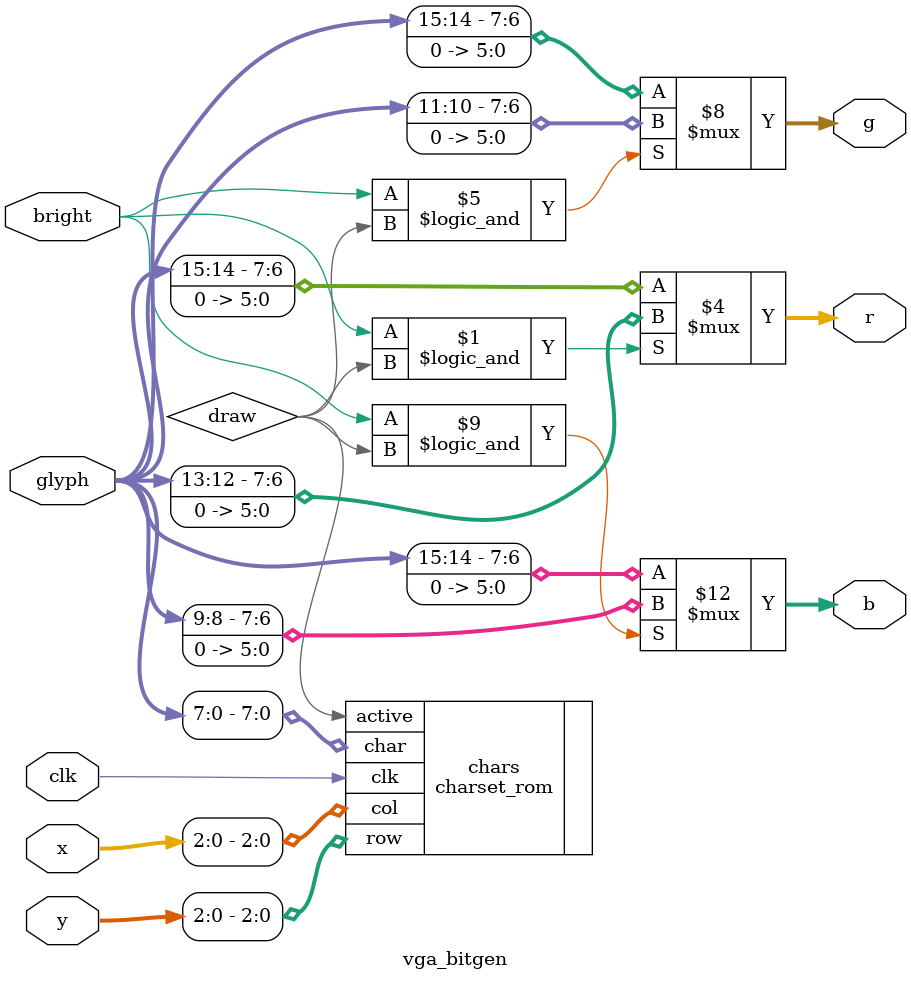
<source format=v>
/**
 * Author: Kyle Lemmon
 */
module vga_bitgen(input bright,clk,
	input [15:0] glyph, 
	input [9:0] x,
	input [8:0] y,
	output[7:0] r,g,b);

wire draw;

charset_rom chars(
	.clk(clk),
	.char(glyph[7:0]),
	.row(y[2:0]),
	.col(x[2:0]),
	.active(draw));

	
assign r = (bright && draw) ? glyph[13:12]<<6 : glyph[15:14]<<6;
assign g = (bright && draw) ? glyph[11:10]<<6 : glyph[15:14]<<6;
assign b = (bright && draw) ? glyph[9:8]<<6   : glyph[15:14]<<6;


/*
assign r = (draw && bright) ? glyph[13:12]<<2 : 8'hff;
assign g = (draw && bright) ? glyph[11:10]<<4 : 8'hff;
assign b = (draw && bright) ? glyph[9:8]<<6   : 8'hff;*/

endmodule
</source>
